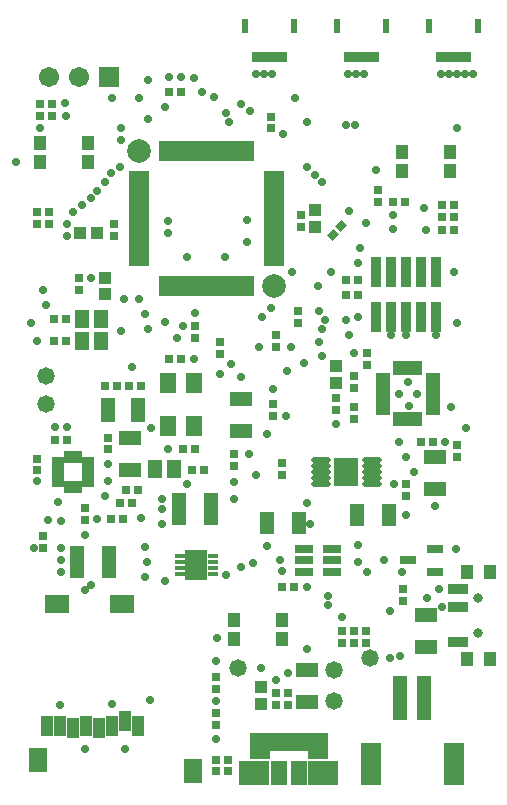
<source format=gts>
G04*
G04 #@! TF.GenerationSoftware,Altium Limited,Altium Designer,18.1.9 (240)*
G04*
G04 Layer_Color=8388736*
%FSLAX25Y25*%
%MOIN*%
G70*
G01*
G75*
%ADD55R,0.01981X0.03556*%
%ADD56R,0.01981X0.04737*%
%ADD57R,0.03950X0.04737*%
%ADD58R,0.06706X0.03556*%
%ADD59R,0.02769X0.03162*%
%ADD60R,0.03162X0.02769*%
%ADD61R,0.04737X0.05918*%
%ADD62C,0.07874*%
%ADD63R,0.01981X0.06706*%
%ADD64R,0.06706X0.01981*%
%ADD65R,0.04343X0.03950*%
%ADD66R,0.07493X0.05131*%
%ADD67R,0.01981X0.03950*%
%ADD68R,0.03950X0.01981*%
G04:AMPARAMS|DCode=69|XSize=27.69mil|YSize=31.62mil|CornerRadius=0mil|HoleSize=0mil|Usage=FLASHONLY|Rotation=135.000|XOffset=0mil|YOffset=0mil|HoleType=Round|Shape=Rectangle|*
%AMROTATEDRECTD69*
4,1,4,0.02097,0.00139,-0.00139,-0.02097,-0.02097,-0.00139,0.00139,0.02097,0.02097,0.00139,0.0*
%
%ADD69ROTATEDRECTD69*%

%ADD70R,0.03950X0.04343*%
%ADD71R,0.05721X0.07099*%
%ADD72R,0.04737X0.07887*%
%ADD73R,0.05131X0.07493*%
%ADD74R,0.05918X0.02965*%
%ADD75R,0.05328X0.03162*%
%ADD76R,0.05131X0.11036*%
%ADD77R,0.03559X0.01787*%
%ADD78R,0.07299X0.10173*%
%ADD79R,0.08438X0.09343*%
%ADD80O,0.06509X0.01981*%
%ADD81R,0.03950X0.06706*%
%ADD82R,0.07887X0.06312*%
%ADD83R,0.06312X0.08280*%
%ADD84R,0.03713X0.10249*%
%ADD85R,0.04737X0.01981*%
%ADD86R,0.01981X0.04737*%
%ADD87R,0.04343X0.04737*%
%ADD88R,0.02572X0.06233*%
%ADD89R,0.06607X0.09068*%
%ADD90R,0.10150X0.08280*%
%ADD91R,0.05426X0.08280*%
%ADD92R,0.04737X0.14580*%
%ADD93R,0.06706X0.14186*%
%ADD94C,0.03162*%
%ADD95R,0.06706X0.06706*%
%ADD96C,0.06706*%
%ADD97C,0.05800*%
%ADD98C,0.02769*%
D55*
X153732Y246783D02*
D03*
X147827D02*
D03*
X149795D02*
D03*
X151764D02*
D03*
X155701D02*
D03*
X88403D02*
D03*
X90371D02*
D03*
X92340D02*
D03*
X94308D02*
D03*
X86434D02*
D03*
X84466D02*
D03*
X119099D02*
D03*
X121068D02*
D03*
X123036D02*
D03*
X125005D02*
D03*
X117130D02*
D03*
X115162D02*
D03*
X145858D02*
D03*
D56*
X81356Y257217D02*
D03*
X97419D02*
D03*
X112052D02*
D03*
X128115D02*
D03*
X142748D02*
D03*
X158811D02*
D03*
D57*
X155201Y74965D02*
D03*
X162799D02*
D03*
Y46224D02*
D03*
X155201D02*
D03*
D58*
X152110Y51736D02*
D03*
Y69453D02*
D03*
Y63547D02*
D03*
D59*
X16000Y194968D02*
D03*
Y191031D02*
D03*
X12000Y194968D02*
D03*
Y191031D02*
D03*
Y112937D02*
D03*
Y109000D02*
D03*
X14000Y86968D02*
D03*
Y83031D02*
D03*
X35500Y116000D02*
D03*
Y119937D02*
D03*
X28000Y96468D02*
D03*
Y92531D02*
D03*
X90000Y226937D02*
D03*
Y223000D02*
D03*
X121500Y55468D02*
D03*
Y51531D02*
D03*
X117500D02*
D03*
Y55468D02*
D03*
X113500Y51531D02*
D03*
Y55468D02*
D03*
X73000Y151669D02*
D03*
Y147731D02*
D03*
X152000Y117469D02*
D03*
Y113531D02*
D03*
X64500Y156968D02*
D03*
Y153031D02*
D03*
X26000Y172968D02*
D03*
Y169031D02*
D03*
X100000Y193968D02*
D03*
Y190031D02*
D03*
X37500Y190969D02*
D03*
Y187031D02*
D03*
X134000Y65532D02*
D03*
Y69469D02*
D03*
X135000Y100531D02*
D03*
Y104469D02*
D03*
X93500Y107531D02*
D03*
Y111469D02*
D03*
X77500Y110531D02*
D03*
Y114469D02*
D03*
X90437Y131031D02*
D03*
Y127094D02*
D03*
X71500Y12606D02*
D03*
Y8669D02*
D03*
X75500Y12606D02*
D03*
Y8669D02*
D03*
X95500Y30850D02*
D03*
Y34787D02*
D03*
X91500Y30850D02*
D03*
Y34787D02*
D03*
X71500Y36031D02*
D03*
Y39968D02*
D03*
Y24032D02*
D03*
Y27968D02*
D03*
X125500Y202468D02*
D03*
Y198531D02*
D03*
X91500Y153969D02*
D03*
Y150031D02*
D03*
X99000Y158031D02*
D03*
Y161969D02*
D03*
X117469Y126063D02*
D03*
Y130000D02*
D03*
Y140500D02*
D03*
Y136563D02*
D03*
X111469Y133000D02*
D03*
Y129063D02*
D03*
X121968Y144063D02*
D03*
Y148000D02*
D03*
D60*
X16969Y227000D02*
D03*
X13032D02*
D03*
X21468Y152000D02*
D03*
X17531D02*
D03*
X21468Y159500D02*
D03*
X17531D02*
D03*
X13032Y231000D02*
D03*
X16969D02*
D03*
X45469Y102500D02*
D03*
X41532D02*
D03*
X39531Y98000D02*
D03*
X43468D02*
D03*
X40437Y92833D02*
D03*
X36500D02*
D03*
X21969Y119000D02*
D03*
X18032D02*
D03*
X67469Y109000D02*
D03*
X63532D02*
D03*
X150969Y193500D02*
D03*
X147031D02*
D03*
Y197500D02*
D03*
X150969D02*
D03*
Y189000D02*
D03*
X147031D02*
D03*
X59969Y235000D02*
D03*
X56032D02*
D03*
X97469Y70000D02*
D03*
X93532D02*
D03*
X143968Y118500D02*
D03*
X140032D02*
D03*
X115032Y172500D02*
D03*
X118968D02*
D03*
X134468Y198500D02*
D03*
X130532D02*
D03*
X115000Y167500D02*
D03*
X118937D02*
D03*
X64468Y116000D02*
D03*
X60532D02*
D03*
X56032Y146000D02*
D03*
X59969D02*
D03*
X34563Y137000D02*
D03*
X38500D02*
D03*
X46437D02*
D03*
X42500D02*
D03*
D61*
X33150Y152000D02*
D03*
X26851D02*
D03*
X33150Y159500D02*
D03*
X26851D02*
D03*
X57650Y109500D02*
D03*
X51350D02*
D03*
D62*
X46012Y215382D02*
D03*
X90894Y170500D02*
D03*
D63*
X83217Y215382D02*
D03*
X81248D02*
D03*
X79280D02*
D03*
X77311D02*
D03*
X75343D02*
D03*
X73374D02*
D03*
X71406D02*
D03*
X69437D02*
D03*
X67469D02*
D03*
X65500D02*
D03*
X63532D02*
D03*
X61563D02*
D03*
X59595D02*
D03*
X57626D02*
D03*
X55658D02*
D03*
X53689D02*
D03*
Y170500D02*
D03*
X55658D02*
D03*
X57626D02*
D03*
X59595D02*
D03*
X61563D02*
D03*
X63532D02*
D03*
X65500D02*
D03*
X67469D02*
D03*
X69437D02*
D03*
X71406D02*
D03*
X73374D02*
D03*
X75343D02*
D03*
X77311D02*
D03*
X79280D02*
D03*
X81248D02*
D03*
X83217D02*
D03*
D64*
X46012Y207705D02*
D03*
Y205736D02*
D03*
Y203768D02*
D03*
Y201799D02*
D03*
Y199831D02*
D03*
Y197862D02*
D03*
Y195894D02*
D03*
Y193925D02*
D03*
Y191957D02*
D03*
Y189988D02*
D03*
Y188020D02*
D03*
Y186051D02*
D03*
Y184083D02*
D03*
Y182114D02*
D03*
Y180146D02*
D03*
Y178177D02*
D03*
X90894D02*
D03*
Y180146D02*
D03*
Y182114D02*
D03*
Y184083D02*
D03*
Y186051D02*
D03*
Y188020D02*
D03*
Y189988D02*
D03*
Y191957D02*
D03*
Y193925D02*
D03*
Y195894D02*
D03*
Y197862D02*
D03*
Y199831D02*
D03*
Y201799D02*
D03*
Y203768D02*
D03*
Y205736D02*
D03*
Y207705D02*
D03*
D65*
X34500Y167744D02*
D03*
Y173256D02*
D03*
X104500Y195756D02*
D03*
Y190244D02*
D03*
X86500Y31244D02*
D03*
Y36756D02*
D03*
X111469Y138276D02*
D03*
Y143787D02*
D03*
D66*
X43000Y119815D02*
D03*
Y109185D02*
D03*
X144500Y113315D02*
D03*
Y102685D02*
D03*
X79937Y122063D02*
D03*
Y132693D02*
D03*
X141500Y50185D02*
D03*
Y60815D02*
D03*
X102000Y31835D02*
D03*
Y42465D02*
D03*
D67*
X21953Y113453D02*
D03*
X23921D02*
D03*
X25890D02*
D03*
Y103610D02*
D03*
X23921D02*
D03*
X21953D02*
D03*
D68*
X28842Y112469D02*
D03*
Y110500D02*
D03*
Y108531D02*
D03*
Y106563D02*
D03*
Y104595D02*
D03*
X19000D02*
D03*
Y106563D02*
D03*
Y108531D02*
D03*
Y110500D02*
D03*
Y112469D02*
D03*
D69*
X113392Y190392D02*
D03*
X110608Y187608D02*
D03*
D70*
X26244Y188000D02*
D03*
X31756D02*
D03*
D71*
X64331Y123716D02*
D03*
Y138283D02*
D03*
X55669D02*
D03*
Y123716D02*
D03*
D72*
X35579Y129000D02*
D03*
X45421D02*
D03*
D73*
X118685Y94000D02*
D03*
X129315D02*
D03*
X88685Y91500D02*
D03*
X99315D02*
D03*
D74*
X100776Y82740D02*
D03*
Y79000D02*
D03*
Y75260D02*
D03*
X110224D02*
D03*
Y79000D02*
D03*
Y82740D02*
D03*
D75*
X135571Y79000D02*
D03*
X144429Y82740D02*
D03*
Y75260D02*
D03*
D76*
X69815Y96000D02*
D03*
X59185D02*
D03*
X35815Y78500D02*
D03*
X25185D02*
D03*
D77*
X59488Y80453D02*
D03*
Y78484D02*
D03*
Y76516D02*
D03*
Y74547D02*
D03*
X70512Y80453D02*
D03*
Y78484D02*
D03*
Y76516D02*
D03*
Y74547D02*
D03*
D78*
X65000Y77500D02*
D03*
D79*
X115000Y108500D02*
D03*
D80*
X123563Y104563D02*
D03*
Y106531D02*
D03*
Y108500D02*
D03*
Y110468D02*
D03*
Y112437D02*
D03*
X106437Y104563D02*
D03*
Y106531D02*
D03*
Y108500D02*
D03*
Y110468D02*
D03*
Y112437D02*
D03*
D81*
X15323Y23795D02*
D03*
X19654D02*
D03*
X23984Y23008D02*
D03*
X28315Y23795D02*
D03*
X32646Y23008D02*
D03*
X36977Y23795D02*
D03*
X41307Y25370D02*
D03*
X45638Y23795D02*
D03*
D82*
X40165Y64346D02*
D03*
X18512D02*
D03*
D83*
X12213Y12575D02*
D03*
X63984Y8638D02*
D03*
D84*
X125000Y160000D02*
D03*
Y175000D02*
D03*
X130000Y160000D02*
D03*
Y175000D02*
D03*
X135000Y160000D02*
D03*
Y175000D02*
D03*
X140000Y160000D02*
D03*
Y175000D02*
D03*
X145000Y160000D02*
D03*
Y175000D02*
D03*
D85*
X143933Y140437D02*
D03*
Y136500D02*
D03*
Y132563D02*
D03*
Y130595D02*
D03*
Y128626D02*
D03*
Y134531D02*
D03*
X127201Y138469D02*
D03*
Y134531D02*
D03*
Y132563D02*
D03*
Y130595D02*
D03*
Y128626D02*
D03*
Y136500D02*
D03*
X143933Y138469D02*
D03*
X127201Y140437D02*
D03*
D86*
X139406Y142996D02*
D03*
X137437D02*
D03*
X139406Y126067D02*
D03*
X137437D02*
D03*
X135468D02*
D03*
X131532Y142996D02*
D03*
X133500D02*
D03*
X135468D02*
D03*
X131532Y126067D02*
D03*
X133500D02*
D03*
D87*
X149571Y215150D02*
D03*
X133429D02*
D03*
Y208850D02*
D03*
X149571D02*
D03*
X93571Y59150D02*
D03*
X77429D02*
D03*
Y52850D02*
D03*
X93571D02*
D03*
X12929Y211850D02*
D03*
X29071D02*
D03*
Y218150D02*
D03*
X12929D02*
D03*
D88*
X90679Y18472D02*
D03*
X93238D02*
D03*
X95797D02*
D03*
X98356D02*
D03*
X100915D02*
D03*
D89*
X86102Y17055D02*
D03*
X105492D02*
D03*
D90*
X84331Y8000D02*
D03*
X107264D02*
D03*
D91*
X92500D02*
D03*
X99094D02*
D03*
D92*
X133063Y33000D02*
D03*
X140937D02*
D03*
D93*
X123221Y11150D02*
D03*
X150779D02*
D03*
D94*
X159000Y66500D02*
D03*
Y54689D02*
D03*
D95*
X36000Y240000D02*
D03*
D96*
X26000D02*
D03*
X16000D02*
D03*
D97*
X79000Y43000D02*
D03*
X123000Y46500D02*
D03*
X15000Y140500D02*
D03*
Y131000D02*
D03*
X111000Y42500D02*
D03*
Y32000D02*
D03*
D98*
X87688Y241000D02*
D03*
X155000Y123000D02*
D03*
X64331Y239750D02*
D03*
X152000Y223000D02*
D03*
X90357Y241000D02*
D03*
X85020D02*
D03*
X115731D02*
D03*
X118399D02*
D03*
X121068D02*
D03*
X157101D02*
D03*
X154432D02*
D03*
X146427D02*
D03*
X149095D02*
D03*
X151764D02*
D03*
X129500Y62000D02*
D03*
X133063Y47000D02*
D03*
X147031Y63547D02*
D03*
X146000Y69469D02*
D03*
X122000Y75000D02*
D03*
X43500Y143500D02*
D03*
X49000Y156000D02*
D03*
X40000Y155500D02*
D03*
X94000Y221000D02*
D03*
X98000Y233000D02*
D03*
X84000Y78000D02*
D03*
X50000Y123000D02*
D03*
X49000Y239000D02*
D03*
Y226000D02*
D03*
X22000Y187000D02*
D03*
X148000Y118500D02*
D03*
X67000Y235000D02*
D03*
X60532Y156968D02*
D03*
X58500Y153000D02*
D03*
X13000Y223000D02*
D03*
X54500Y230000D02*
D03*
X53500Y91000D02*
D03*
X18000Y123500D02*
D03*
X28000Y87500D02*
D03*
X79937Y140063D02*
D03*
X76500Y144500D02*
D03*
X82000Y185000D02*
D03*
X117166Y110666D02*
D03*
Y106335D02*
D03*
X119000Y78500D02*
D03*
X63032Y75531D02*
D03*
X19000Y98500D02*
D03*
X21969Y123468D02*
D03*
X88685Y83685D02*
D03*
X132468Y134531D02*
D03*
X107000Y205000D02*
D03*
X104500Y207500D02*
D03*
X102000Y210000D02*
D03*
X35500Y111000D02*
D03*
X46500Y93000D02*
D03*
X35484Y105516D02*
D03*
X34500Y100500D02*
D03*
X88685Y121185D02*
D03*
X49500Y32500D02*
D03*
X86500Y43000D02*
D03*
X91500Y39000D02*
D03*
X64500Y161500D02*
D03*
X37000Y31000D02*
D03*
X19654Y30846D02*
D03*
X141000Y196500D02*
D03*
X141500Y189000D02*
D03*
X102000Y49500D02*
D03*
X113500Y60000D02*
D03*
X144500Y97000D02*
D03*
X127500Y79000D02*
D03*
X129500Y46500D02*
D03*
X74500Y180000D02*
D03*
X62000D02*
D03*
X30000Y173000D02*
D03*
X82000Y192500D02*
D03*
X119000Y178000D02*
D03*
X48000Y83500D02*
D03*
Y73500D02*
D03*
X54500Y72000D02*
D03*
X93500Y75500D02*
D03*
X142000Y66500D02*
D03*
X133429Y74965D02*
D03*
X151740Y82740D02*
D03*
X119000Y84000D02*
D03*
X77500Y105000D02*
D03*
X20000Y75000D02*
D03*
Y79000D02*
D03*
X48500Y78484D02*
D03*
X90437Y136063D02*
D03*
X132437Y118563D02*
D03*
X134937Y113563D02*
D03*
X137437Y108563D02*
D03*
X71500Y19500D02*
D03*
Y45500D02*
D03*
Y32000D02*
D03*
X130500Y189500D02*
D03*
Y194000D02*
D03*
X119500Y183000D02*
D03*
X121731Y191315D02*
D03*
X119000Y160000D02*
D03*
X55500Y116000D02*
D03*
X64331Y146000D02*
D03*
X95273Y142273D02*
D03*
X86000Y150000D02*
D03*
X96500D02*
D03*
X54500Y158500D02*
D03*
X100921Y144879D02*
D03*
X135000Y94000D02*
D03*
X131032Y104469D02*
D03*
X85000Y107500D02*
D03*
X82595Y114469D02*
D03*
X117469Y148031D02*
D03*
X56032Y239968D02*
D03*
X28000Y16000D02*
D03*
X55500Y192000D02*
D03*
Y188000D02*
D03*
X93000Y79000D02*
D03*
X80000Y76872D02*
D03*
X62000Y104500D02*
D03*
X32000Y92833D02*
D03*
X138469Y134531D02*
D03*
X116000Y195500D02*
D03*
X75000Y228000D02*
D03*
X71000Y233500D02*
D03*
X77500Y99500D02*
D03*
X41307Y16193D02*
D03*
X125000Y209000D02*
D03*
X12000Y105500D02*
D03*
X72900Y141200D02*
D03*
X135468Y138300D02*
D03*
X135900Y130600D02*
D03*
X59900Y240000D02*
D03*
X21300Y231400D02*
D03*
X21600Y227000D02*
D03*
X111469Y124531D02*
D03*
X112835Y110666D02*
D03*
Y106335D02*
D03*
X94937Y127063D02*
D03*
X66969Y79468D02*
D03*
X63032D02*
D03*
X66969Y75531D02*
D03*
X53500Y99500D02*
D03*
Y96000D02*
D03*
X20000Y83000D02*
D03*
Y92000D02*
D03*
X15500Y92500D02*
D03*
X75000Y74000D02*
D03*
X11000Y83000D02*
D03*
X28000Y69000D02*
D03*
X29887Y70887D02*
D03*
X95500Y41500D02*
D03*
X102000Y70000D02*
D03*
X109000Y67000D02*
D03*
Y64000D02*
D03*
X102000Y98000D02*
D03*
X103000Y91000D02*
D03*
X135000Y154000D02*
D03*
X130000D02*
D03*
X145000D02*
D03*
X106000Y151781D02*
D03*
X107000Y156000D02*
D03*
Y147000D02*
D03*
X87000Y160000D02*
D03*
X151000Y175000D02*
D03*
X48000Y161000D02*
D03*
X46000Y166000D02*
D03*
X90000Y163000D02*
D03*
X41000Y166000D02*
D03*
X150000Y130000D02*
D03*
X115000Y159000D02*
D03*
X97000Y175000D02*
D03*
X110000D02*
D03*
X105500Y170500D02*
D03*
X106000Y161969D02*
D03*
X108000Y159000D02*
D03*
X116000Y154000D02*
D03*
X152000Y158000D02*
D03*
X102000Y225000D02*
D03*
X118000Y224000D02*
D03*
X115000D02*
D03*
X80000Y231000D02*
D03*
X82968Y228916D02*
D03*
X76000Y225000D02*
D03*
X46000Y233000D02*
D03*
X37000D02*
D03*
X39916Y219000D02*
D03*
Y223000D02*
D03*
X39500Y210000D02*
D03*
X36500Y208000D02*
D03*
X34500Y205000D02*
D03*
X32000Y202000D02*
D03*
X30000Y199831D02*
D03*
X27000Y197500D02*
D03*
X24000Y195000D02*
D03*
X22000Y191000D02*
D03*
X12000Y152000D02*
D03*
X10000Y158000D02*
D03*
X15000Y164000D02*
D03*
X14000Y169000D02*
D03*
X71812Y52977D02*
D03*
X5000Y211829D02*
D03*
M02*

</source>
